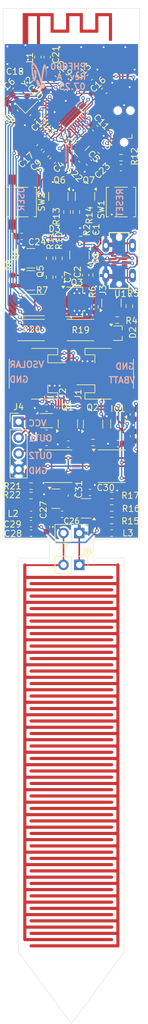
<source format=kicad_pcb>
(kicad_pcb
	(version 20241229)
	(generator "pcbnew")
	(generator_version "9.0")
	(general
		(thickness 0.69)
		(legacy_teardrops no)
	)
	(paper "A4")
	(layers
		(0 "F.Cu" signal)
		(2 "B.Cu" signal)
		(9 "F.Adhes" user "F.Adhesive")
		(11 "B.Adhes" user "B.Adhesive")
		(13 "F.Paste" user)
		(15 "B.Paste" user)
		(5 "F.SilkS" user "F.Silkscreen")
		(7 "B.SilkS" user "B.Silkscreen")
		(1 "F.Mask" user)
		(3 "B.Mask" user)
		(17 "Dwgs.User" user "User.Drawings")
		(19 "Cmts.User" user "User.Comments")
		(21 "Eco1.User" user "User.Eco1")
		(23 "Eco2.User" user "User.Eco2")
		(25 "Edge.Cuts" user)
		(27 "Margin" user)
		(31 "F.CrtYd" user "F.Courtyard")
		(29 "B.CrtYd" user "B.Courtyard")
		(35 "F.Fab" user)
		(33 "B.Fab" user)
		(39 "User.1" user)
		(41 "User.2" user)
		(43 "User.3" user)
		(45 "User.4" user)
		(47 "User.5" user)
		(49 "User.6" user)
		(51 "User.7" user)
		(53 "User.8" user)
		(55 "User.9" user)
	)
	(setup
		(stackup
			(layer "F.SilkS"
				(type "Top Silk Screen")
			)
			(layer "F.Paste"
				(type "Top Solder Paste")
			)
			(layer "F.Mask"
				(type "Top Solder Mask")
				(thickness 0.01)
			)
			(layer "F.Cu"
				(type "copper")
				(thickness 0.035)
			)
			(layer "dielectric 1"
				(type "core")
				(thickness 0.6)
				(material "FR4")
				(epsilon_r 4.5)
				(loss_tangent 0.02)
			)
			(layer "B.Cu"
				(type "copper")
				(thickness 0.035)
			)
			(layer "B.Mask"
				(type "Bottom Solder Mask")
				(thickness 0.01)
			)
			(layer "B.Paste"
				(type "Bottom Solder Paste")
			)
			(layer "B.SilkS"
				(type "Bottom Silk Screen")
			)
			(copper_finish "None")
			(dielectric_constraints no)
		)
		(pad_to_mask_clearance 0)
		(solder_mask_min_width 0.1016)
		(allow_soldermask_bridges_in_footprints yes)
		(tenting front back)
		(aux_axis_origin 100 196.1)
		(grid_origin 100 150)
		(pcbplotparams
			(layerselection 0x00000000_00000000_55555555_5755f5ff)
			(plot_on_all_layers_selection 0x00000000_00000000_00000000_00000000)
			(disableapertmacros no)
			(usegerberextensions yes)
			(usegerberattributes yes)
			(usegerberadvancedattributes yes)
			(creategerberjobfile no)
			(dashed_line_dash_ratio 12.000000)
			(dashed_line_gap_ratio 3.000000)
			(svgprecision 4)
			(plotframeref no)
			(mode 1)
			(useauxorigin no)
			(hpglpennumber 1)
			(hpglpenspeed 20)
			(hpglpendiameter 15.000000)
			(pdf_front_fp_property_popups yes)
			(pdf_back_fp_property_popups yes)
			(pdf_metadata yes)
			(pdf_single_document no)
			(dxfpolygonmode yes)
			(dxfimperialunits yes)
			(dxfusepcbnewfont yes)
			(psnegative no)
			(psa4output no)
			(plot_black_and_white yes)
			(sketchpadsonfab no)
			(plotpadnumbers no)
			(hidednponfab no)
			(sketchdnponfab no)
			(crossoutdnponfab no)
			(subtractmaskfromsilk yes)
			(outputformat 1)
			(mirror no)
			(drillshape 0)
			(scaleselection 1)
			(outputdirectory "Output/")
		)
	)
	(net 0 "")
	(net 1 "Net-(AE1-Pad1)")
	(net 2 "GND")
	(net 3 "+VUSB")
	(net 4 "Net-(U3-XL2{slash}P0.01)")
	(net 5 "+1V8")
	(net 6 "Net-(U3-XL1{slash}P0.00)")
	(net 7 "Net-(U3-XC1)")
	(net 8 "/AI_VBAT")
	(net 9 "Net-(U3-XC2)")
	(net 10 "+BATT")
	(net 11 "/DECUSB")
	(net 12 "/DEC46")
	(net 13 "/ANT1")
	(net 14 "/DEC5")
	(net 15 "/DEC3")
	(net 16 "/DEC1")
	(net 17 "/NReset")
	(net 18 "/DI_BTN")
	(net 19 "Net-(J7-Pin_2)")
	(net 20 "Net-(C28-Pad1)")
	(net 21 "VOSC")
	(net 22 "/D-")
	(net 23 "/D+")
	(net 24 "+SOLAR")
	(net 25 "Net-(D3-K1)")
	(net 26 "Net-(D3-K2)")
	(net 27 "unconnected-(D4-I{slash}O2-Pad3)")
	(net 28 "/collpits_osc/Out")
	(net 29 "Net-(IC1-A)")
	(net 30 "/DI_HUM_FREQ")
	(net 31 "Net-(J4-Pin_2)")
	(net 32 "Net-(J4-Pin_3)")
	(net 33 "/SWDIO")
	(net 34 "/SWCLK")
	(net 35 "unconnected-(J6-SWO-Pad6)")
	(net 36 "Net-(Q1-D)")
	(net 37 "/DO_HUM_EN")
	(net 38 "/BTT_Prot_Sink")
	(net 39 "Net-(Q3-B)")
	(net 40 "Net-(Q4-D)")
	(net 41 "/DO_BAT_MEAS_EN")
	(net 42 "Net-(Q5-D)")
	(net 43 "/DO_RED_LED")
	(net 44 "Net-(Q6-D)")
	(net 45 "/DO_GREEN_LED")
	(net 46 "Net-(Q7-D)")
	(net 47 "Net-(J3-CC2)")
	(net 48 "Net-(J3-CC1)")
	(net 49 "Net-(U1-REF)")
	(net 50 "/VDDH")
	(net 51 "/DI_OUT_1")
	(net 52 "/DO_OUT_EN")
	(net 53 "/DO_OUT_2")
	(net 54 "unconnected-(U3-P0.20-Pad17)")
	(net 55 "unconnected-(U3-DCC-Pad39)")
	(net 56 "Net-(U4A-D)")
	(net 57 "Net-(U4B-D)")
	(net 58 "unconnected-(U4A-Q-Pad5)")
	(net 59 "unconnected-(U4B-Q-Pad9)")
	(net 60 "Net-(U5A-D)")
	(net 61 "unconnected-(U5B-Q-Pad9)")
	(net 62 "unconnected-(U5A-Q-Pad5)")
	(net 63 "/collpits_osc/Anodo")
	(net 64 "/collpits_osc/base")
	(net 65 "/collpits_osc/catodo")
	(net 66 "/Osc_vcc")
	(net 67 "Net-(D2-Pad2)")
	(net 68 "Net-(R19-Pad1)")
	(net 69 "unconnected-(J3-SBU2-PadB8)")
	(net 70 "unconnected-(J3-SBU1-PadA8)")
	(net 71 "unconnected-(U3-AIN7{slash}P0.31-Pad36)")
	(net 72 "unconnected-(U3-P0.15-Pad14)")
	(net 73 "unconnected-(U3-P0.17-Pad15)")
	(net 74 "unconnected-(U3-AIN2{slash}P0.04-Pad4)")
	(footprint "Connector_PinHeader_2.54mm:PinHeader_1x02_P2.54mm_Vertical" (layer "F.Cu") (at 101.275 122.599 -90))
	(footprint "Resistor_SMD:R_0603_1608Metric" (layer "F.Cu") (at 90.4625 77.050001 -90))
	(footprint "Connector_JST:JST_PH_S2B-PH-SM4-TB_1x02-1MP_P2.00mm_Horizontal" (layer "F.Cu") (at 94.5 92 -90))
	(footprint "Capacitor_SMD:C_0603_1608Metric" (layer "F.Cu") (at 93.5 114.5 180))
	(footprint "Package_TO_SOT_SMD:SOT-23" (layer "F.Cu") (at 103.5 100.0625 90))
	(footprint "Capacitor_SMD:C_0603_1608Metric" (layer "F.Cu") (at 90.983705 50.219239 135))
	(footprint "Package_TO_SOT_SMD:SOT-23" (layer "F.Cu") (at 102.2 63.6 -90))
	(footprint "Resistor_SMD:R_0603_1608Metric" (layer "F.Cu") (at 96.5 73.5 -90))
	(footprint "Capacitor_SMD:C_0603_1608Metric" (layer "F.Cu") (at 96.97868 57.878175 -135))
	(footprint "LED_SMD:LED_Kingbright_APHBM2012_2x1.25mm" (layer "F.Cu") (at 100 68.674999 90))
	(footprint "Capacitor_SMD:C_0603_1608Metric" (layer "F.Cu") (at 93.751472 50.951472 -135))
	(footprint "Resistor_SMD:R_2512_6332Metric" (layer "F.Cu") (at 93.4625 81.000001))
	(footprint "Capacitor_SMD:C_0603_1608Metric" (layer "F.Cu") (at 92 70 180))
	(footprint "Capacitor_SMD:C_0603_1608Metric" (layer "F.Cu") (at 103 111))
	(footprint "Package_TO_SOT_SMD:SOT-23-3" (layer "F.Cu") (at 102.3625 113.55 180))
	(footprint "Capacitor_SMD:C_0603_1608Metric" (layer "F.Cu") (at 95.918019 56.817514 -135))
	(footprint "Package_TO_SOT_SMD:SOT-23" (layer "F.Cu") (at 97.9 63.6 -90))
	(footprint "Capacitor_SMD:C_0603_1608Metric" (layer "F.Cu") (at 93.8 43.6 180))
	(footprint "Crystal:Crystal_SMD_2016-4Pin_2.0x1.6mm" (layer "F.Cu") (at 92.751472 48.451472 45))
	(footprint "Package_TO_SOT_SMD:SOT-23" (layer "F.Cu") (at 99.4375 100 90))
	(footprint "Capacitor_SMD:C_0603_1608Metric" (layer "F.Cu") (at 110 102.000001 90))
	(footprint "Resistor_SMD:R_0603_1608Metric" (layer "F.Cu") (at 103.8 81.3 -90))
	(footprint "Capacitor_SMD:C_0603_1608Metric" (layer "F.Cu") (at 98.5 114.5 180))
	(footprint "Connector_JST:JST_PH_S2B-PH-SM4-TB_1x02-1MP_P2.00mm_Horizontal" (layer "F.Cu") (at 105.5 92 90))
	(footprint "Package_TO_SOT_SMD:SOT-353_SC-70-5" (layer "F.Cu") (at 107.5 100 -90))
	(footprint "Package_TO_SOT_SMD:SOT-323_SC-70" (layer "F.Cu") (at 107.4625 85.500001))
	(footprint "Capacitor_SMD:C_0603_1608Metric" (layer "F.Cu") (at 96 116.5 -90))
	(footprint "Inductor_SMD:L_0603_1608Metric" (layer "F.Cu") (at 106.5 117.5 180))
	(footprint "Capacitor_SMD:C_0603_1608Metric" (layer "F.Cu") (at 95.151472 46.051471 135))
	(footprint "Resistor_SMD:R_0603_1608Metric" (layer "F.Cu") (at 104 76.175 90))
	(footprint "Capacitor_SMD:C_0603_1608Metric" (layer "F.Cu") (at 104.751472 56.251472 -45))
	(footprint "Capacitor_SMD:C_0603_1608Metric" (layer "F.Cu") (at 96 103 180))
	(footprint "Capacitor_SMD:C_0603_1608Metric" (layer "F.Cu") (at 107.5 103.18 180))
	(footprint "Resistor_SMD:R_0603_1608Metric" (layer "F.Cu") (at 106.5 111.5 180))
	(footprint "Capacitor_SMD:C_0603_1608Metric" (layer "F.Cu") (at 96 101.5 180))
	(footprint "Capacitor_SMD:C_0603_1608Metric" (layer "F.Cu") (at 99.5 103.255 180))
	(footprint "Resistor_SMD:R_0603_1608Metric" (layer "F.Cu") (at 93.5 111.5 180))
	(footprint "Package_TO_SOT_SMD:SOT-143" (layer "F.Cu") (at 97.5 112))
	(footprint "Resistor_SMD:R_0603_1608Metric" (layer "F.Cu") (at 100.8 66.1 90))
	(footprint "Resistor_SMD:R_0603_1608Metric" (layer "F.Cu") (at 98 73.5 -90))
	(footprint "Capacitor_SMD:C_0603_1608Metric" (layer "F.Cu") (at 102.951472 44.551472 45))
	(footprint "Capacitor_SMD:C_0603_1608Metric" (layer "F.Cu") (at 108 59 180))
	(footprint "Capacitor_SMD:C_0603_1608Metric"
		(layer "F.Cu")
		(uuid "70f974cf-850d-4ffc-88ec-b59bd14bdfdd")

... [819846 chars truncated]
</source>
